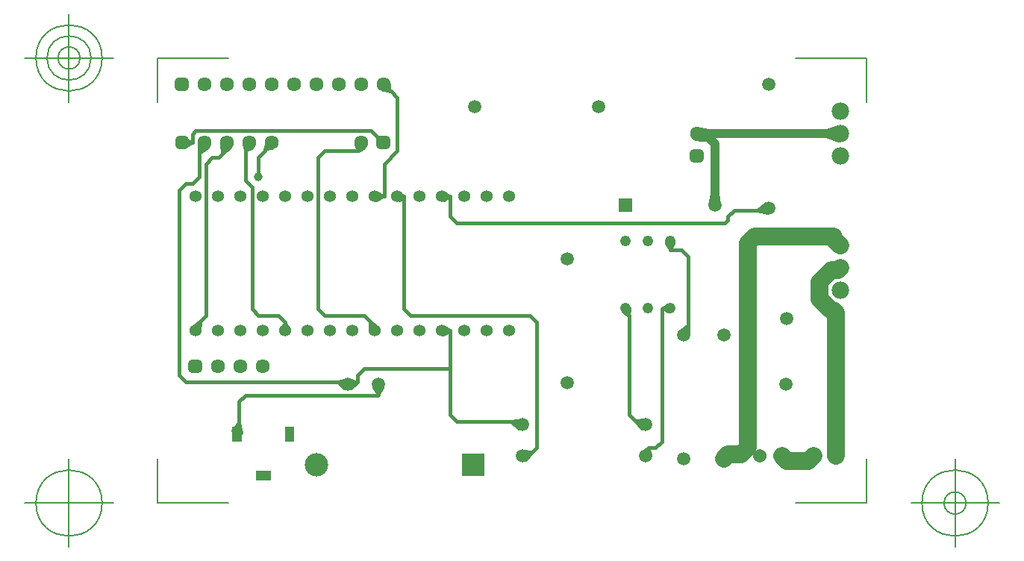
<source format=gbr>
G04 Generated by Ultiboard 14.0 *
%FSLAX34Y34*%
%MOMM*%

%ADD10C,0.0001*%
%ADD11C,0.0010*%
%ADD12C,0.4000*%
%ADD13C,2.0000*%
%ADD14C,1.0000*%
%ADD15C,0.1270*%
%ADD16C,1.6088*%
%ADD17R,0.5291X0.5291*%
%ADD18C,0.9949*%
%ADD19C,2.6500*%
%ADD20R,2.6500X2.6500*%
%ADD21C,1.9898*%
%ADD22C,1.5000*%
%ADD23R,1.5000X1.5000*%
%ADD24C,1.2446*%
%ADD25C,1.5366*%
%ADD26C,1.0000*%
%ADD27C,1.3556*%


G04 ColorRGB 0000FF for the following layer *
%LNCopper Bottom*%
%LPD*%
G54D10*
G54D11*
G36*
X109320Y34200D02*
X109320Y34200D01*
X109320Y24200D01*
X125320Y24200D01*
X125320Y34200D01*
X109320Y34200D01*
D02*
G37*
X109320Y24200D01*
X125320Y24200D01*
X125320Y34200D01*
X109320Y34200D01*
G36*
X82320Y68200D02*
X82320Y68200D01*
X92320Y68200D01*
X92320Y84200D01*
X82320Y84200D01*
X82320Y68200D01*
D02*
G37*
X92320Y68200D01*
X92320Y84200D01*
X82320Y84200D01*
X82320Y68200D01*
G36*
X142320Y68200D02*
X142320Y68200D01*
X152320Y68200D01*
X152320Y84200D01*
X142320Y84200D01*
X142320Y68200D01*
D02*
G37*
X152320Y68200D01*
X152320Y84200D01*
X142320Y84200D01*
X142320Y68200D01*
G54D12*
X213360Y132080D02*
X205420Y132080D01*
X202500Y135000D01*
X30000Y135000D01*
X22500Y142500D01*
X22500Y352500D01*
X30000Y360000D01*
X37500Y360000D01*
X45000Y367500D01*
X45000Y400460D01*
X50940Y406400D01*
X594360Y187960D02*
X600000Y193600D01*
X600000Y277500D01*
X592500Y285000D01*
X579120Y285000D01*
X579120Y294640D01*
X411480Y86360D02*
X407840Y90000D01*
X337500Y90000D01*
X330000Y97500D01*
X330000Y193040D01*
X320040Y193040D01*
X127140Y406400D02*
X120000Y399260D01*
X120000Y397500D01*
X112500Y390000D01*
X112500Y367500D01*
X243840Y193040D02*
X243840Y198660D01*
X232500Y210000D01*
X187500Y210000D01*
X180000Y217500D01*
X180000Y390000D01*
X187500Y397500D01*
X225000Y397500D01*
X228600Y401100D01*
X228600Y406400D01*
X551480Y86360D02*
X543640Y86360D01*
X532500Y97500D01*
X532500Y210000D01*
X528320Y214180D01*
X528320Y218440D01*
X330000Y150000D02*
X232500Y150000D01*
X225000Y142500D01*
X225000Y135000D01*
X222080Y132080D01*
X213360Y132080D01*
X411480Y50800D02*
X418300Y50800D01*
X427500Y60000D01*
X427500Y202500D01*
X420000Y210000D01*
X285000Y210000D01*
X277500Y217500D01*
X277500Y345000D01*
X277060Y345440D01*
X269240Y345440D01*
X254000Y472440D02*
X261440Y465000D01*
X262500Y465000D01*
X270000Y457500D01*
X270000Y397500D01*
X255000Y382500D01*
X255000Y345440D01*
X243840Y345440D01*
X690880Y332440D02*
X684940Y332440D01*
X682500Y330000D01*
X652500Y330000D01*
X645000Y322500D01*
X645000Y318750D01*
X641250Y315000D01*
X337500Y315000D01*
X330000Y322500D01*
X330000Y345000D01*
X329560Y345440D01*
X320040Y345440D01*
X76340Y406400D02*
X76340Y398840D01*
X67500Y390000D01*
X60000Y390000D01*
X52500Y382500D01*
X52500Y210000D01*
X40640Y198140D01*
X40640Y193040D01*
X579120Y218440D02*
X570940Y218440D01*
X570000Y217500D01*
X570000Y67500D01*
X562500Y60000D01*
X555000Y60000D01*
X551480Y56480D01*
X551480Y50800D01*
X254000Y406400D02*
X247900Y412500D01*
X247500Y412500D01*
X240000Y420000D01*
X41250Y420000D01*
X37500Y416250D01*
X37500Y406400D01*
X25540Y406400D01*
X248360Y132080D02*
X248360Y120860D01*
X247500Y120000D01*
X97500Y120000D01*
X90000Y112500D01*
X90000Y82500D01*
X87320Y79820D01*
X87320Y76200D01*
X142240Y193040D02*
X142240Y202240D01*
X142240Y202760D01*
X135000Y210000D01*
X112500Y210000D01*
X105000Y217500D01*
X105000Y356250D01*
X97500Y363750D01*
X97500Y397500D01*
X101740Y401740D01*
X101740Y406400D01*
G36*
X46078Y203578D02*
X46078Y203578D01*
X45409Y192746D01*
X37637Y196756D01*
X46078Y203578D01*
D02*
G37*
X45409Y192746D01*
X37637Y196756D01*
X46078Y203578D01*
G36*
X142240Y201088D02*
X142240Y201088D01*
X146085Y195877D01*
X138395Y195877D01*
X142240Y201088D01*
D02*
G37*
X146085Y195877D01*
X138395Y195877D01*
X142240Y201088D01*
G36*
X238750Y203750D02*
X238750Y203750D01*
X246963Y196656D01*
X239064Y192902D01*
X238750Y203750D01*
D02*
G37*
X246963Y196656D01*
X239064Y192902D01*
X238750Y203750D01*
G36*
X329898Y193040D02*
X329898Y193040D01*
X322356Y188861D01*
X322356Y197219D01*
X329898Y193040D01*
D02*
G37*
X322356Y188861D01*
X322356Y197219D01*
X329898Y193040D01*
G36*
X45000Y394697D02*
X45000Y394697D01*
X44896Y406346D01*
X54464Y401490D01*
X45000Y394697D01*
D02*
G37*
X44896Y406346D01*
X54464Y401490D01*
X45000Y394697D01*
G36*
X36240Y406400D02*
X36240Y406400D01*
X28491Y401618D01*
X28491Y411182D01*
X36240Y406400D01*
D02*
G37*
X28491Y401618D01*
X28491Y411182D01*
X36240Y406400D01*
G36*
X71644Y394144D02*
X71644Y394144D01*
X70334Y405720D01*
X80354Y401881D01*
X71644Y394144D01*
D02*
G37*
X70334Y405720D01*
X80354Y401881D01*
X71644Y394144D01*
G36*
X120554Y399814D02*
X120554Y399814D01*
X121114Y406878D01*
X127618Y400375D01*
X120554Y399814D01*
D02*
G37*
X121114Y406878D01*
X127618Y400375D01*
X120554Y399814D01*
G36*
X97910Y397910D02*
X97910Y397910D01*
X95935Y404716D01*
X104319Y400934D01*
X97910Y397910D01*
D02*
G37*
X95935Y404716D01*
X104319Y400934D01*
X97910Y397910D01*
G36*
X253698Y345440D02*
X253698Y345440D01*
X246156Y341261D01*
X246156Y349619D01*
X253698Y345440D01*
D02*
G37*
X246156Y341261D01*
X246156Y349619D01*
X253698Y345440D01*
G36*
X277285Y345215D02*
X277285Y345215D01*
X271968Y341517D01*
X272183Y349204D01*
X277285Y345215D01*
D02*
G37*
X271968Y341517D01*
X272183Y349204D01*
X277285Y345215D01*
G36*
X328088Y345440D02*
X328088Y345440D01*
X322877Y341595D01*
X322877Y349285D01*
X328088Y345440D01*
D02*
G37*
X322877Y341595D01*
X322877Y349285D01*
X328088Y345440D01*
G36*
X539575Y90425D02*
X539575Y90425D01*
X550803Y91818D01*
X547606Y82456D01*
X539575Y90425D01*
D02*
G37*
X550803Y91818D01*
X547606Y82456D01*
X539575Y90425D01*
G36*
X399438Y90000D02*
X399438Y90000D01*
X410610Y91791D01*
X407747Y82321D01*
X399438Y90000D01*
D02*
G37*
X410610Y91791D01*
X407747Y82321D01*
X399438Y90000D01*
G36*
X260586Y465854D02*
X260586Y465854D01*
X253522Y466415D01*
X260025Y472918D01*
X260586Y465854D01*
D02*
G37*
X253522Y466415D01*
X260025Y472918D01*
X260586Y465854D01*
G36*
X554153Y59153D02*
X554153Y59153D01*
X556611Y52780D01*
X548451Y55391D01*
X554153Y59153D01*
D02*
G37*
X556611Y52780D01*
X548451Y55391D01*
X554153Y59153D01*
G36*
X423106Y55606D02*
X423106Y55606D01*
X415592Y47147D01*
X411813Y56290D01*
X423106Y55606D01*
D02*
G37*
X415592Y47147D01*
X411813Y56290D01*
X423106Y55606D01*
G36*
X600000Y199205D02*
X600000Y199205D01*
X599860Y187892D01*
X591017Y192327D01*
X600000Y199205D01*
D02*
G37*
X599860Y187892D01*
X591017Y192327D01*
X600000Y199205D01*
G36*
X247533Y412500D02*
X247533Y412500D01*
X254403Y412006D01*
X248428Y405670D01*
X247533Y412500D01*
D02*
G37*
X254403Y412006D01*
X248428Y405670D01*
X247533Y412500D01*
G36*
X225221Y397721D02*
X225221Y397721D01*
X222892Y404414D01*
X231462Y401077D01*
X225221Y397721D01*
D02*
G37*
X222892Y404414D01*
X231462Y401077D01*
X225221Y397721D01*
G36*
X678539Y330000D02*
X678539Y330000D01*
X687562Y336826D01*
X689480Y327121D01*
X678539Y330000D01*
D02*
G37*
X687562Y336826D01*
X689480Y327121D01*
X678539Y330000D01*
G36*
X90000Y88537D02*
X90000Y88537D01*
X92705Y77522D01*
X82969Y79637D01*
X90000Y88537D01*
D02*
G37*
X92705Y77522D01*
X82969Y79637D01*
X90000Y88537D01*
G36*
X203049Y134451D02*
X203049Y134451D01*
X211626Y137300D01*
X209521Y128142D01*
X203049Y134451D01*
D02*
G37*
X211626Y137300D01*
X209521Y128142D01*
X203049Y134451D01*
G36*
X223799Y133799D02*
X223799Y133799D01*
X216945Y127909D01*
X215418Y137181D01*
X223799Y133799D01*
D02*
G37*
X216945Y127909D01*
X215418Y137181D01*
X223799Y133799D01*
G36*
X248360Y121500D02*
X248360Y121500D01*
X243662Y129221D01*
X253058Y129221D01*
X248360Y121500D01*
D02*
G37*
X243662Y129221D01*
X253058Y129221D01*
X248360Y121500D01*
G36*
X532414Y210086D02*
X532414Y210086D01*
X525785Y215063D01*
X532542Y218374D01*
X532414Y210086D01*
D02*
G37*
X525785Y215063D01*
X532542Y218374D01*
X532414Y210086D01*
G36*
X579120Y285337D02*
X579120Y285337D01*
X575357Y292723D01*
X582883Y292723D01*
X579120Y285337D01*
D02*
G37*
X575357Y292723D01*
X582883Y292723D01*
X579120Y285337D01*
G36*
X571627Y218440D02*
X571627Y218440D01*
X576740Y221928D01*
X576740Y214952D01*
X571627Y218440D01*
D02*
G37*
X576740Y221928D01*
X576740Y214952D01*
X571627Y218440D01*
G54D13*
X772160Y289560D02*
X765000Y296720D01*
X765000Y300000D01*
X675000Y300000D01*
X667500Y292500D01*
X667500Y60000D01*
X660000Y52500D01*
X644620Y52500D01*
X640080Y47960D01*
X741680Y50800D02*
X735880Y45000D01*
X711920Y45000D01*
X706120Y50800D01*
X764867Y215811D02*
X767080Y213598D01*
X772160Y264160D02*
X769709Y261709D01*
X762654Y261709D01*
X749211Y248266D01*
X749211Y229254D01*
X762654Y215811D01*
X767080Y213598D02*
X767080Y50800D01*
G54D14*
X629920Y335280D02*
X630000Y335280D01*
X630000Y405000D01*
X622500Y412500D01*
X613660Y412500D01*
X609600Y416560D01*
X609600Y416560D02*
X772160Y416560D01*
G36*
X757131Y416560D02*
X757131Y416560D01*
X770530Y421233D01*
X770530Y411887D01*
X757131Y416560D01*
D02*
G37*
X770530Y421233D01*
X770530Y411887D01*
X757131Y416560D01*
G36*
X622080Y412500D02*
X622080Y412500D01*
X609355Y413526D01*
X611188Y419157D01*
X622080Y412500D01*
D02*
G37*
X609355Y413526D01*
X611188Y419157D01*
X622080Y412500D01*
G36*
X622724Y416560D02*
X622724Y416560D01*
X610306Y413599D01*
X610306Y419521D01*
X622724Y416560D01*
D02*
G37*
X610306Y413599D01*
X610306Y419521D01*
X622724Y416560D01*
G36*
X630000Y347860D02*
X630000Y347860D01*
X632373Y335761D01*
X627473Y335792D01*
X630000Y347860D01*
D02*
G37*
X632373Y335761D01*
X627473Y335792D01*
X630000Y347860D01*
G54D15*
X-2540Y-2540D02*
X-2540Y47968D01*
X-2540Y-2540D02*
X77968Y-2540D01*
X802540Y-2540D02*
X722032Y-2540D01*
X802540Y-2540D02*
X802540Y47968D01*
X802540Y502540D02*
X802540Y452032D01*
X802540Y502540D02*
X722032Y502540D01*
X-2540Y502540D02*
X77968Y502540D01*
X-2540Y502540D02*
X-2540Y452032D01*
X-52540Y-2540D02*
X-152540Y-2540D01*
X-102540Y-52540D02*
X-102540Y47460D01*
X-140040Y-2540D02*
G75*
D01*
G02X-140040Y-2540I37500J0*
G01*
X852540Y-2540D02*
X952540Y-2540D01*
X902540Y-52540D02*
X902540Y47460D01*
X865040Y-2540D02*
G75*
D01*
G02X865040Y-2540I37500J0*
G01*
X890040Y-2540D02*
G75*
D01*
G02X890040Y-2540I12500J0*
G01*
X-52540Y502540D02*
X-152540Y502540D01*
X-102540Y452540D02*
X-102540Y552540D01*
X-140040Y502540D02*
G75*
D01*
G02X-140040Y502540I37500J0*
G01*
X-127540Y502540D02*
G75*
D01*
G02X-127540Y502540I25000J0*
G01*
X-115040Y502540D02*
G75*
D01*
G02X-115040Y502540I12500J0*
G01*
G54D16*
X50940Y406400D03*
X76340Y406400D03*
X127140Y406400D03*
X101740Y406400D03*
X101600Y472440D03*
X76200Y472440D03*
X50800Y472440D03*
X152400Y472440D03*
X127000Y472440D03*
X177800Y472440D03*
X228600Y472440D03*
X203200Y472440D03*
X254000Y472440D03*
X228600Y406400D03*
X609600Y416560D03*
X91440Y152400D03*
X66040Y152400D03*
X116840Y152400D03*
G54D17*
X25540Y406400D03*
X25400Y472440D03*
X254000Y406400D03*
X609600Y391160D03*
X40640Y152400D03*
G54D18*
X22895Y403755D02*
X28185Y403755D01*
X28185Y409045D01*
X22895Y409045D01*
X22895Y403755D01*D02*
X22755Y469795D02*
X28045Y469795D01*
X28045Y475085D01*
X22755Y475085D01*
X22755Y469795D01*D02*
X251355Y403755D02*
X256645Y403755D01*
X256645Y409045D01*
X251355Y409045D01*
X251355Y403755D01*D02*
X606955Y388515D02*
X612245Y388515D01*
X612245Y393805D01*
X606955Y393805D01*
X606955Y388515D01*D02*
X37995Y149755D02*
X43285Y149755D01*
X43285Y155045D01*
X37995Y155045D01*
X37995Y149755D01*D02*
G54D19*
X177800Y40640D03*
G54D20*
X355600Y40640D03*
G54D21*
X772160Y289560D03*
X772160Y238760D03*
X772160Y264160D03*
X772160Y391160D03*
X772160Y416560D03*
X772160Y441960D03*
G54D22*
X629920Y335280D03*
X248360Y132080D03*
X213360Y132080D03*
X711200Y207080D03*
X710700Y132080D03*
X690880Y332440D03*
X690880Y472440D03*
X357840Y447040D03*
X497840Y447040D03*
X640080Y47960D03*
X640080Y187960D03*
X594360Y47960D03*
X594360Y187960D03*
X462280Y134320D03*
X462280Y274320D03*
X411480Y50800D03*
X551480Y50800D03*
X411480Y86360D03*
X551480Y86360D03*
G54D23*
X528320Y335280D03*
G54D24*
X528320Y294640D03*
X553720Y218440D03*
X579120Y218440D03*
X553720Y294640D03*
X579120Y294640D03*
X528320Y218440D03*
G54D25*
X680720Y50800D03*
X706120Y50800D03*
X741680Y50800D03*
X767080Y50800D03*
G54D26*
X112500Y367500D03*
G54D27*
X396240Y345440D03*
X370840Y345440D03*
X345440Y345440D03*
X320040Y345440D03*
X294640Y345440D03*
X269240Y345440D03*
X243840Y345440D03*
X218440Y345440D03*
X193040Y345440D03*
X167640Y345440D03*
X142240Y345440D03*
X116840Y345440D03*
X91440Y345440D03*
X66040Y345440D03*
X40640Y345440D03*
X396240Y193040D03*
X370840Y193040D03*
X345440Y193040D03*
X320040Y193040D03*
X294640Y193040D03*
X269240Y193040D03*
X243840Y193040D03*
X218440Y193040D03*
X193040Y193040D03*
X167640Y193040D03*
X142240Y193040D03*
X116840Y193040D03*
X91440Y193040D03*
X66040Y193040D03*
X40640Y193040D03*

M02*

</source>
